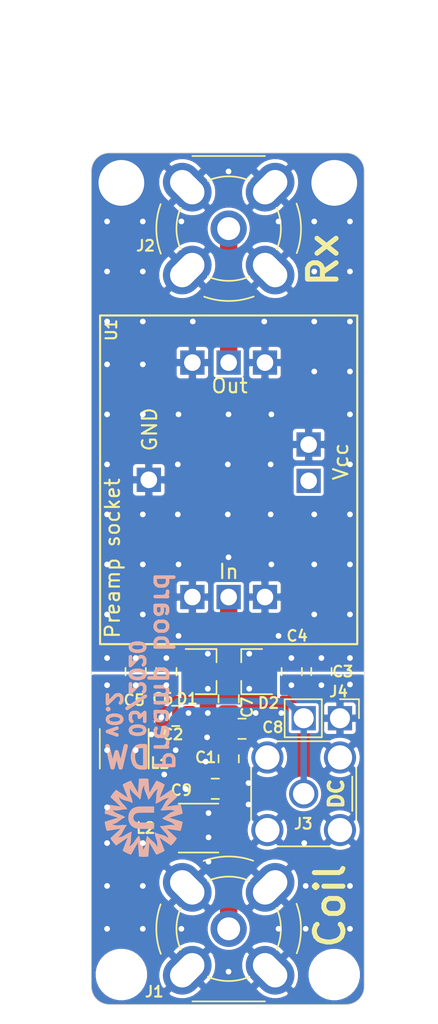
<source format=kicad_pcb>
(kicad_pcb (version 20171130) (host pcbnew 5.1.5)
  (layers (0 F.Cu signal) (31 B.Cu signal) (34 B.Paste user) (35 F.Paste user) (36 B.SilkS user) (37 F.SilkS user) (38 B.Mask user) (39 F.Mask user hide) (44 Edge.Cuts user))
  (net 0 "")
  (net 1 "Net-(C1-Pad2)")
  (net 2 "Net-(C1-Pad1)")
  (net 3 GNDA)
  (net 4 GNDS)
  (net 5 "Net-(L1-Pad1)")
  (net 6 "Net-(U1-Pad2)")
  (net 7 "Net-(J2-Pad1)")
  (net 8 "Net-(C2-Pad2)")
  (net 9 "Net-(C7-Pad2)")
  (module _Custom:Preci-dip_PinHeader_1x02_rect (layer F.Cu) (at 80.3 128.2625 270)
    (fp_text reference J4 (at -1.8625 0.1 180) (layer F.SilkS) (effects (font (size 0.75 0.75))))
    (fp_text value DC)
    (pad 1 thru_hole rect (at 0 0 270) (size 1.7 1.7) (drill 1.4) (layers *.Cu *.Mask) (net 4 GNDS))
    (pad 2 thru_hole rect (at 0 2.54 270) (size 1.7 1.7) (drill 1.4) (layers *.Cu *.Mask) (net 8 "Net-(C2-Pad2)"))
  )
  (module _Custom:Preamp_socket (layer F.Cu) (at 72.51 111.58 90)
    (fp_text reference U1 (at 10.48 -8.21 90) (layer F.SilkS) (effects (font (size 0.75 0.75))))
    (fp_text value Preamp hide)
    (fp_text user "Preamp socket" (at -5.49 -8.13 90) (layer F.SilkS))
    (fp_text user In (at -6.42 0 180) (layer F.SilkS))
    (fp_text user Out (at 6.58 0.0635 180) (layer F.SilkS))
    (fp_text user Vcc (at 1.27 7.85 90) (layer F.SilkS))
    (fp_text user GND (at 3.53 -5.53 90) (layer F.SilkS))
    (pad 4 thru_hole rect (at -8.2028 2.54 90) (size 1.7 1.7) (drill 1.16) (layers *.Cu *.Mask) (net 3 GNDA))
    (pad 1 thru_hole rect (at -8.2028 0 90) (size 1.7 1.7) (drill 1.16) (layers *.Cu *.Mask) (net 9 "Net-(C7-Pad2)"))
    (pad 4 thru_hole rect (at -8.2028 -2.54 90) (size 1.7 1.7) (drill 1.16) (layers *.Cu *.Mask) (net 3 GNDA))
    (pad 4 thru_hole rect (at 8.2028 2.54 90) (size 1.7 1.7) (drill 1.16) (layers *.Cu *.Mask) (net 3 GNDA))
    (pad 3 thru_hole rect (at 8.2028 0 90) (size 1.7 1.7) (drill 1.16) (layers *.Cu *.Mask) (net 7 "Net-(J2-Pad1)"))
    (pad 4 thru_hole rect (at 8.2028 -2.54 90) (size 1.7 1.7) (drill 1.16) (layers *.Cu *.Mask) (net 3 GNDA))
    (pad 4 thru_hole rect (at 0 -5.59 90) (size 1.7 1.7) (drill 1.16) (layers *.Cu *.Mask) (net 3 GNDA))
    (pad 2 thru_hole rect (at -0.07 5.5992 90) (size 1.7 1.7) (drill 1.16) (layers *.Cu *.Mask) (net 6 "Net-(U1-Pad2)"))
    (pad 4 thru_hole rect (at 2.47 5.5992 90) (size 1.7 1.7) (drill 1.16) (layers *.Cu *.Mask) (net 3 GNDA))
  )
  (module _Custom:BNC_SMA_Vertical (layer F.Cu) (at 72.51 94 180)
    (fp_text reference J2 (at 5.82 -1.2) (layer F.SilkS) (effects (font (size 0.75 0.75))))
    (fp_text value Rx (at -6.61 -2.2 90) (layer F.SilkS) (effects (font (size 2 2) (thickness 0.35))))
    (pad 2 thru_hole oval (at -2.9 -2.9 225) (size 2.7 3.7) (drill oval 1.7 2.7) (layers *.Cu *.Mask) (net 3 GNDA))
    (pad 1 thru_hole circle (at 0 0 180) (size 2.54 2.54) (drill 1.6) (layers *.Cu *.Mask) (net 7 "Net-(J2-Pad1)"))
    (pad 2 thru_hole oval (at 2.9 -2.9 135) (size 2.7 3.7) (drill oval 1.7 2.7) (layers *.Cu *.Mask) (net 3 GNDA))
    (pad 2 thru_hole oval (at -2.9 2.9 135) (size 2.7 3.7) (drill oval 1.7 2.7) (layers *.Cu *.Mask) (net 3 GNDA))
    (pad 2 thru_hole oval (at 2.9 2.9 225) (size 2.7 3.7) (drill oval 1.7 2.7) (layers *.Cu *.Mask) (net 3 GNDA))
  )
  (module _Custom:BNC_SMA_Vertical (layer F.Cu) (at 72.51 143)
    (fp_text reference J1 (at -5.21 4.4) (layer F.SilkS) (effects (font (size 0.75 0.75))))
    (fp_text value Coil (at 7.09 -1.6 90) (layer F.SilkS) (effects (font (size 2 2) (thickness 0.35))))
    (pad 2 thru_hole oval (at -2.9 -2.9 45) (size 2.7 3.7) (drill oval 1.7 2.7) (layers *.Cu *.Mask) (net 4 GNDS))
    (pad 1 thru_hole circle (at 0 0) (size 2.54 2.54) (drill 1.6) (layers *.Cu *.Mask) (net 2 "Net-(C1-Pad1)"))
    (pad 2 thru_hole oval (at 2.9 -2.9 315) (size 2.7 3.7) (drill oval 1.7 2.7) (layers *.Cu *.Mask) (net 4 GNDS))
    (pad 2 thru_hole oval (at -2.9 2.9 315) (size 2.7 3.7) (drill oval 1.7 2.7) (layers *.Cu *.Mask) (net 4 GNDS))
    (pad 2 thru_hole oval (at 2.9 2.9 45) (size 2.7 3.7) (drill oval 1.7 2.7) (layers *.Cu *.Mask) (net 4 GNDS))
  )
  (module _Custom:SMA_Amphenol_132134-16_Vertical (layer F.Cu) (at 77.76 133.55 90)
    (fp_text reference J3 (at -2.1 -0.03 180) (layer F.SilkS) (effects (font (size 0.75 0.75))))
    (fp_text value DC (at 0 2.28 90) (layer F.SilkS) (effects (font (thickness 0.25))))
    (pad 1 thru_hole circle (at 0 0 90) (size 2.05 2.05) (drill 1.5) (layers *.Cu *.Mask) (net 8 "Net-(C2-Pad2)"))
    (pad 2 thru_hole circle (at 2.54 2.54 90) (size 2.25 2.25) (drill 1.7) (layers *.Cu *.Mask) (net 4 GNDS))
    (pad 2 thru_hole circle (at 2.54 -2.54 90) (size 2.25 2.25) (drill 1.7) (layers *.Cu *.Mask) (net 4 GNDS))
    (pad 2 thru_hole circle (at -2.54 -2.54 90) (size 2.25 2.25) (drill 1.7) (layers *.Cu *.Mask) (net 4 GNDS))
    (pad 2 thru_hole circle (at -2.54 2.54 90) (size 2.25 2.25) (drill 1.7) (layers *.Cu *.Mask) (net 4 GNDS))
  )
  (module MountingHole:MountingHole_3.2mm_M3 (layer F.Cu) (at 65 90.8)
    (fp_text reference H4 hide)
    (fp_text value M3)
    (pad 1 np_thru_hole circle (at 0 0) (size 3.2 3.2) (drill 3.2) (layers *.Cu *.Mask) (net 3 GNDA))
  )
  (module MountingHole:MountingHole_3.2mm_M3 (layer F.Cu) (at 79.9 90.8)
    (fp_text reference H3 hide)
    (fp_text value M3)
    (pad 1 np_thru_hole circle (at 0 0) (size 3.2 3.2) (drill 3.2) (layers *.Cu *.Mask) (net 3 GNDA))
  )
  (module MountingHole:MountingHole_3.2mm_M3 (layer F.Cu) (at 65 146.2)
    (fp_text reference H2 hide)
    (fp_text value M3)
    (pad 1 np_thru_hole circle (at 0 0) (size 3.2 3.2) (drill 3.2) (layers *.Cu *.Mask))
  )
  (module MountingHole:MountingHole_3.2mm_M3 (layer F.Cu) (at 79.9 146.2)
    (fp_text reference H1 hide)
    (fp_text value M3)
    (pad 1 np_thru_hole circle (at 0 0) (size 3.2 3.2) (drill 3.2) (layers *.Cu *.Mask))
  )
  (module Capacitor_SMD:C_0805_2012Metric (layer F.Cu) (at 72.51 126.9 90)
    (fp_text reference C7 (at -0.6 1.29 270) (layer F.SilkS) (effects (font (size 0.75 0.75))))
    (fp_text value T/10n)
    (pad 2 smd roundrect (at 0.9375 0 90) (size 0.975 1.4) (layers F.Cu F.Paste F.Mask) (net 9 "Net-(C7-Pad2)"))
    (pad 1 smd roundrect (at -0.9375 0 90) (size 0.975 1.4) (layers F.Cu F.Paste F.Mask) (net 1 "Net-(C1-Pad2)"))
  )
  (module Capacitor_SMD:C_0805_2012Metric (layer F.Cu) (at 71.5725 133.2)
    (fp_text reference C9 (at -2.3725 0.1) (layer F.SilkS) (effects (font (size 0.75 0.75))))
    (fp_text value pi)
    (pad 2 smd roundrect (at 0.9375 0) (size 0.975 1.4) (layers F.Cu F.Paste F.Mask) (net 2 "Net-(C1-Pad1)"))
    (pad 1 smd roundrect (at -0.9375 0) (size 0.975 1.4) (layers F.Cu F.Paste F.Mask) (net 4 GNDS))
  )
  (module Capacitor_SMD:C_0805_2012Metric (layer F.Cu) (at 73.4475 129 180)
    (fp_text reference C8 (at -2.1525 0.1) (layer F.SilkS) (effects (font (size 0.75 0.75))))
    (fp_text value T/pi)
    (pad 2 smd roundrect (at 0.9375 0 180) (size 0.975 1.4) (layers F.Cu F.Paste F.Mask) (net 1 "Net-(C1-Pad2)"))
    (pad 1 smd roundrect (at -0.9375 0 180) (size 0.975 1.4) (layers F.Cu F.Paste F.Mask) (net 4 GNDS))
  )
  (module Capacitor_SMD:C_0805_2012Metric (layer F.Cu) (at 66 125 90)
    (fp_text reference C5 (at -2 -0.1 180) (layer F.SilkS) (effects (font (size 0.75 0.75))))
    (fp_text value 10n)
    (pad 2 smd roundrect (at 0.9375 0 90) (size 0.975 1.4) (layers F.Cu F.Paste F.Mask) (net 3 GNDA))
    (pad 1 smd roundrect (at -0.9375 0 90) (size 0.975 1.4) (layers F.Cu F.Paste F.Mask) (net 4 GNDS))
  )
  (module Capacitor_SMD:C_0805_2012Metric (layer F.Cu) (at 79 125 90)
    (fp_text reference C3 (at 0 1.5 180) (layer F.SilkS) (effects (font (size 0.75 0.75))))
    (fp_text value 10n)
    (pad 2 smd roundrect (at 0.9375 0 90) (size 0.975 1.4) (layers F.Cu F.Paste F.Mask) (net 3 GNDA))
    (pad 1 smd roundrect (at -0.9375 0 90) (size 0.975 1.4) (layers F.Cu F.Paste F.Mask) (net 4 GNDS))
  )
  (module Capacitor_SMD:C_0805_2012Metric (layer F.Cu) (at 68.15 125 90)
    (fp_text reference C6 (at -1.9 -0.25) (layer F.SilkS) (effects (font (size 0.75 0.75))))
    (fp_text value 10n)
    (pad 2 smd roundrect (at 0.9375 0 90) (size 0.975 1.4) (layers F.Cu F.Paste F.Mask) (net 3 GNDA))
    (pad 1 smd roundrect (at -0.9375 0 90) (size 0.975 1.4) (layers F.Cu F.Paste F.Mask) (net 4 GNDS))
  )
  (module Capacitor_SMD:C_0805_2012Metric (layer F.Cu) (at 76.925 125 90)
    (fp_text reference C4 (at 2.5 0.375 180) (layer F.SilkS) (effects (font (size 0.75 0.75))))
    (fp_text value 10n)
    (pad 2 smd roundrect (at 0.9375 0 90) (size 0.975 1.4) (layers F.Cu F.Paste F.Mask) (net 3 GNDA))
    (pad 1 smd roundrect (at -0.9375 0 90) (size 0.975 1.4) (layers F.Cu F.Paste F.Mask) (net 4 GNDS))
  )
  (module Package_TO_SOT_SMD:SOT-23 (layer F.Cu) (at 74.15 125 180)
    (fp_text reference D2 (at -1.15 -2.2) (layer F.SilkS) (effects (font (size 0.75 0.75))))
    (fp_text value BAV99)
    (pad 3 smd rect (at 1 0 180) (size 0.9 0.8) (layers F.Cu F.Paste F.Mask) (net 9 "Net-(C7-Pad2)"))
    (pad 2 smd rect (at -1 0.95 180) (size 0.9 0.8) (layers F.Cu F.Paste F.Mask) (net 3 GNDA))
    (pad 1 smd rect (at -1 -0.95 180) (size 0.9 0.8) (layers F.Cu F.Paste F.Mask) (net 3 GNDA))
  )
  (module Package_TO_SOT_SMD:SOT-23 (layer F.Cu) (at 70.9 125)
    (fp_text reference D1 (at -1.3 1.9) (layer F.SilkS) (effects (font (size 0.75 0.75))))
    (fp_text value BAV99)
    (pad 3 smd rect (at 1 0) (size 0.9 0.8) (layers F.Cu F.Paste F.Mask) (net 9 "Net-(C7-Pad2)"))
    (pad 2 smd rect (at -1 0.95) (size 0.9 0.8) (layers F.Cu F.Paste F.Mask) (net 3 GNDA))
    (pad 1 smd rect (at -1 -0.95) (size 0.9 0.8) (layers F.Cu F.Paste F.Mask) (net 3 GNDA))
  )
  (module Capacitor_SMD:C_0805_2012Metric (layer F.Cu) (at 72.51 131.1 90)
    (fp_text reference C1 (at 0.1 -1.61 180) (layer F.SilkS) (effects (font (size 0.75 0.75))))
    (fp_text value T/pi)
    (pad 2 smd roundrect (at 0.9375 0 90) (size 0.975 1.4) (layers F.Cu F.Paste F.Mask) (net 1 "Net-(C1-Pad2)"))
    (pad 1 smd roundrect (at -0.9375 0 90) (size 0.975 1.4) (layers F.Cu F.Paste F.Mask) (net 2 "Net-(C1-Pad1)"))
  )
  (module Capacitor_SMD:C_0805_2012Metric (layer F.Cu) (at 68.8 128.1 180)
    (fp_text reference C2 (at 0.2 -1.3) (layer F.SilkS) (effects (font (size 0.75 0.75))))
    (fp_text value 10n)
    (pad 2 smd roundrect (at 0.9375 0 180) (size 0.975 1.4) (layers F.Cu F.Paste F.Mask) (net 8 "Net-(C2-Pad2)"))
    (pad 1 smd roundrect (at -0.9375 0 180) (size 0.975 1.4) (layers F.Cu F.Paste F.Mask) (net 4 GNDS))
  )
  (module Inductor_SMD:L_1812_4532Metric (layer F.Cu) (at 70.4 135.95 180)
    (fp_text reference L2 (at 3.7 0) (layer F.SilkS) (effects (font (size 0.75 0.75))))
    (fp_text value 1u)
    (pad 2 smd roundrect (at 2.1375 0 180) (size 1.125 3.4) (layers F.Cu F.Paste F.Mask) (roundrect_rratio 0.222222) (net 5 "Net-(L1-Pad1)"))
    (pad 1 smd roundrect (at -2.1375 0 180) (size 1.125 3.4) (layers F.Cu F.Paste F.Mask) (roundrect_rratio 0.222222) (net 2 "Net-(C1-Pad1)"))
  )
  (module Inductor_SMD:L_1812_4532Metric (layer F.Cu) (at 65.2 130.4 90)
    (fp_text reference L1 (at -1 2.5 180) (layer F.SilkS) (effects (font (size 0.75 0.75))))
    (fp_text value 1u)
    (pad 2 smd roundrect (at 2.1375 0 90) (size 1.125 3.4) (layers F.Cu F.Paste F.Mask) (roundrect_rratio 0.222222) (net 8 "Net-(C2-Pad2)"))
    (pad 1 smd roundrect (at -2.1375 0 90) (size 1.125 3.4) (layers F.Cu F.Paste F.Mask) (roundrect_rratio 0.222222) (net 5 "Net-(L1-Pad1)"))
  )
  (module _Custom_footprints:UMC_logo_small (layer B.Cu) (at 66.559 135.222 90)
    (fp_text reference G1 hide)
    (fp_text value LOGO hide)
  )
  (gr_arc (start 80.729999 147.029999) (end 80.729999 148.3) (angle -90) (layer Edge.Cuts) (width 0.05))
  (gr_arc (start 64.17 147.029999) (end 62.899999 147.029999) (angle -90) (layer Edge.Cuts) (width 0.05))
  (gr_arc (start 80.729999 89.970001) (end 82 89.970001) (angle -90) (layer Edge.Cuts) (width 0.05))
  (gr_arc (start 64.17 89.97) (end 64.17 88.7) (angle -90) (layer Edge.Cuts) (width 0.05))
  (gr_text "Preamp board" (at 67.956 132.047 270) (layer B.SilkS) (effects (font (size 1.3 1.3) (thickness 0.25)) (justify left mirror)))
  (gr_text DW (at 65.416 131.031) (layer B.SilkS) (effects (font (size 1.5 1.5) (thickness 0.3)) (justify mirror)))
  (gr_text "03/2020\nv0.2" (at 65.28 129.74 270) (layer B.SilkS) (effects (font (size 1 1) (thickness 0.25)) (justify left mirror)))
  (gr_line (start 62.9 89.97) (end 62.899999 147.029999) (layer Edge.Cuts) (width 0.05))
  (gr_line (start 80.729999 148.3) (end 64.17 148.3) (layer Edge.Cuts) (width 0.05))
  (gr_line (start 82 89.970001) (end 82 147.029999) (layer Edge.Cuts) (width 0.05))
  (gr_line (start 64.17 88.7) (end 80.729999 88.7) (layer Edge.Cuts) (width 0.05))
  (segment (start 72.5 130) (end 72.5 128) (width 1.21645) (layer F.Cu) (net 1))
  (segment (start 72.4575 134.2575) (end 72.4575 135.83) (width 0.25) (layer F.Cu) (net 2))
  (segment (start 72.51 132.2) (end 72.51 143) (width 1.21645) (layer F.Cu) (net 2))
  (via (at 68.15 124.05) (size 0.8) (drill 0.4) (layers F.Cu B.Cu) (net 3))
  (via (at 76.9 124.05) (size 0.8) (drill 0.4) (layers F.Cu B.Cu) (net 3))
  (via (at 64 124.05) (size 0.8) (drill 0.4) (layers F.Cu B.Cu) (net 3))
  (via (at 66 124.05) (size 0.8) (drill 0.4) (layers F.Cu B.Cu) (net 3))
  (via (at 79 124.05) (size 0.8) (drill 0.4) (layers F.Cu B.Cu) (net 3))
  (via (at 81 124.05) (size 0.8) (drill 0.4) (layers F.Cu B.Cu) (net 3))
  (via (at 73.95 126.2) (size 0.8) (drill 0.4) (layers F.Cu B.Cu) (net 3))
  (via (at 71.05 126.2) (size 0.8) (drill 0.4) (layers F.Cu B.Cu) (net 3))
  (via (at 73.95 123.75) (size 0.8) (drill 0.4) (layers F.Cu B.Cu) (net 3))
  (via (at 71.05 123.75) (size 0.8) (drill 0.4) (layers F.Cu B.Cu) (net 3))
  (via (at 81 121) (size 0.8) (drill 0.4) (layers F.Cu B.Cu) (net 3))
  (via (at 81 117.5) (size 0.8) (drill 0.4) (layers F.Cu B.Cu) (net 3))
  (via (at 81 114) (size 0.8) (drill 0.4) (layers F.Cu B.Cu) (net 3))
  (via (at 81 110.5) (size 0.8) (drill 0.4) (layers F.Cu B.Cu) (net 3))
  (via (at 81 107) (size 0.8) (drill 0.4) (layers F.Cu B.Cu) (net 3))
  (via (at 81 104) (size 0.8) (drill 0.4) (layers F.Cu B.Cu) (net 3))
  (via (at 81 100.5) (size 0.8) (drill 0.4) (layers F.Cu B.Cu) (net 3))
  (via (at 81 97) (size 0.8) (drill 0.4) (layers F.Cu B.Cu) (net 3))
  (via (at 81 93.5) (size 0.8) (drill 0.4) (layers F.Cu B.Cu) (net 3))
  (via (at 78.5 93.5) (size 0.8) (drill 0.4) (layers F.Cu B.Cu) (net 3))
  (via (at 78.5 97) (size 0.8) (drill 0.4) (layers F.Cu B.Cu) (net 3))
  (via (at 78.5 100.5) (size 0.8) (drill 0.4) (layers F.Cu B.Cu) (net 3))
  (via (at 78.5 104) (size 0.8) (drill 0.4) (layers F.Cu B.Cu) (net 3))
  (via (at 78.5 114) (size 0.8) (drill 0.4) (layers F.Cu B.Cu) (net 3))
  (via (at 78.5 117.5) (size 0.8) (drill 0.4) (layers F.Cu B.Cu) (net 3))
  (via (at 78.5 121) (size 0.8) (drill 0.4) (layers F.Cu B.Cu) (net 3))
  (via (at 64 121) (size 0.8) (drill 0.4) (layers F.Cu B.Cu) (net 3))
  (via (at 66.5 121) (size 0.8) (drill 0.4) (layers F.Cu B.Cu) (net 3))
  (via (at 66.5 117.5) (size 0.8) (drill 0.4) (layers F.Cu B.Cu) (net 3))
  (via (at 64 117.5) (size 0.8) (drill 0.4) (layers F.Cu B.Cu) (net 3))
  (via (at 64 114) (size 0.8) (drill 0.4) (layers F.Cu B.Cu) (net 3))
  (via (at 66.5 114) (size 0.8) (drill 0.4) (layers F.Cu B.Cu) (net 3))
  (via (at 66.5 107) (size 0.8) (drill 0.4) (layers F.Cu B.Cu) (net 3))
  (via (at 64 107) (size 0.8) (drill 0.4) (layers F.Cu B.Cu) (net 3))
  (via (at 66.5 103.5) (size 0.8) (drill 0.4) (layers F.Cu B.Cu) (net 3))
  (via (at 64 103.5) (size 0.8) (drill 0.4) (layers F.Cu B.Cu) (net 3))
  (via (at 64 100.5) (size 0.8) (drill 0.4) (layers F.Cu B.Cu) (net 3))
  (via (at 64 97) (size 0.8) (drill 0.4) (layers F.Cu B.Cu) (net 3))
  (via (at 66.5 97) (size 0.8) (drill 0.4) (layers F.Cu B.Cu) (net 3))
  (via (at 66.5 100.5) (size 0.8) (drill 0.4) (layers F.Cu B.Cu) (net 3))
  (via (at 66.5 93.5) (size 0.8) (drill 0.4) (layers F.Cu B.Cu) (net 3))
  (via (at 64 93.5) (size 0.8) (drill 0.4) (layers F.Cu B.Cu) (net 3))
  (via (at 70 100.5) (size 0.8) (drill 0.4) (layers F.Cu B.Cu) (net 3))
  (via (at 75 100.5) (size 0.8) (drill 0.4) (layers F.Cu B.Cu) (net 3))
  (via (at 64 110.5) (size 0.8) (drill 0.4) (layers F.Cu B.Cu) (net 3))
  (via (at 69 122.5) (size 0.8) (drill 0.4) (layers F.Cu B.Cu) (net 3))
  (via (at 76 122.5) (size 0.8) (drill 0.4) (layers F.Cu B.Cu) (net 3))
  (via (at 72.5 117) (size 0.8) (drill 0.4) (layers F.Cu B.Cu) (net 3))
  (via (at 72.5 107) (size 0.8) (drill 0.4) (layers F.Cu B.Cu) (net 3))
  (via (at 69 117.5) (size 0.8) (drill 0.4) (layers F.Cu B.Cu) (net 3))
  (via (at 75.5 117.5) (size 0.8) (drill 0.4) (layers F.Cu B.Cu) (net 3))
  (via (at 69 107) (size 0.8) (drill 0.4) (layers F.Cu B.Cu) (net 3))
  (via (at 75.5 107) (size 0.8) (drill 0.4) (layers F.Cu B.Cu) (net 3))
  (via (at 72.5 90) (size 0.8) (drill 0.4) (layers F.Cu B.Cu) (net 3))
  (via (at 69.2 93.5) (size 0.8) (drill 0.4) (layers F.Cu B.Cu) (net 3))
  (via (at 76 93.5) (size 0.8) (drill 0.4) (layers F.Cu B.Cu) (net 3))
  (via (at 75.45 114) (size 0.8) (drill 0.4) (layers F.Cu B.Cu) (net 3))
  (via (at 75.45 110.5) (size 0.8) (drill 0.4) (layers F.Cu B.Cu) (net 3))
  (via (at 72.45 110.5) (size 0.8) (drill 0.4) (layers F.Cu B.Cu) (net 3))
  (via (at 68.95 110.5) (size 0.8) (drill 0.4) (layers F.Cu B.Cu) (net 3))
  (via (at 68.95 114) (size 0.8) (drill 0.4) (layers F.Cu B.Cu) (net 3))
  (via (at 72.45 114) (size 0.8) (drill 0.4) (layers F.Cu B.Cu) (net 3))
  (via (at 69.5 133.2) (size 0.8) (drill 0.4) (layers F.Cu B.Cu) (net 4))
  (via (at 66 125.95) (size 0.8) (drill 0.4) (layers F.Cu B.Cu) (net 4))
  (via (at 68.15 125.95) (size 0.8) (drill 0.4) (layers F.Cu B.Cu) (net 4))
  (via (at 76.9 125.95) (size 0.8) (drill 0.4) (layers F.Cu B.Cu) (net 4))
  (via (at 64 125.95) (size 0.8) (drill 0.4) (layers F.Cu B.Cu) (net 4))
  (via (at 69.7 127.9) (size 0.8) (drill 0.4) (layers F.Cu B.Cu) (net 4))
  (via (at 79 125.95) (size 0.8) (drill 0.4) (layers F.Cu B.Cu) (net 4))
  (via (at 81 125.9) (size 0.8) (drill 0.4) (layers F.Cu B.Cu) (net 4))
  (via (at 71.05 127.9) (size 0.8) (drill 0.4) (layers F.Cu B.Cu) (net 4))
  (via (at 66.5 143) (size 0.8) (drill 0.4) (layers F.Cu B.Cu) (net 4))
  (via (at 64 143) (size 0.8) (drill 0.4) (layers F.Cu B.Cu) (net 4))
  (via (at 64 140) (size 0.8) (drill 0.4) (layers F.Cu B.Cu) (net 4))
  (via (at 66.5 140) (size 0.8) (drill 0.4) (layers F.Cu B.Cu) (net 4))
  (via (at 66.5 137) (size 0.8) (drill 0.4) (layers F.Cu B.Cu) (net 4))
  (via (at 64 137) (size 0.8) (drill 0.4) (layers F.Cu B.Cu) (net 4))
  (via (at 64 134.5) (size 0.8) (drill 0.4) (layers F.Cu B.Cu) (net 4))
  (via (at 64 130.5) (size 0.8) (drill 0.4) (layers F.Cu B.Cu) (net 4))
  (via (at 81 143) (size 0.8) (drill 0.4) (layers F.Cu B.Cu) (net 4))
  (via (at 77.9 143) (size 0.8) (drill 0.4) (layers F.Cu B.Cu) (net 4))
  (via (at 77.9 140) (size 0.8) (drill 0.4) (layers F.Cu B.Cu) (net 4))
  (via (at 81 140) (size 0.8) (drill 0.4) (layers F.Cu B.Cu) (net 4))
  (via (at 66 130.5) (size 0.8) (drill 0.4) (layers F.Cu B.Cu) (net 4))
  (via (at 77.8 137) (size 0.8) (drill 0.4) (layers F.Cu B.Cu) (net 4))
  (via (at 68.8 130.5) (size 0.8) (drill 0.4) (layers F.Cu B.Cu) (net 4))
  (via (at 68 132.2) (size 0.8) (drill 0.4) (layers F.Cu B.Cu) (net 4))
  (via (at 74.4 127.9) (size 0.8) (drill 0.4) (layers F.Cu B.Cu) (net 4))
  (via (at 67.1 129.4) (size 0.8) (drill 0.4) (layers F.Cu B.Cu) (net 4))
  (via (at 76.2 127.9) (size 0.8) (drill 0.4) (layers F.Cu B.Cu) (net 4))
  (via (at 71 129.6) (size 0.8) (drill 0.4) (layers F.Cu B.Cu) (net 4))
  (via (at 70.9 131.3) (size 0.8) (drill 0.4) (layers F.Cu B.Cu) (net 4))
  (via (at 73.9 134.3) (size 0.8) (drill 0.4) (layers F.Cu B.Cu) (net 4))
  (via (at 73.9 132.8) (size 0.8) (drill 0.4) (layers F.Cu B.Cu) (net 4))
  (via (at 71.1 138.3) (size 0.8) (drill 0.4) (layers F.Cu B.Cu) (net 4))
  (via (at 71.1 136.6) (size 0.8) (drill 0.4) (layers F.Cu B.Cu) (net 4))
  (via (at 71.1 134.9) (size 0.8) (drill 0.4) (layers F.Cu B.Cu) (net 4))
  (via (at 76 143) (size 0.8) (drill 0.4) (layers F.Cu B.Cu) (net 4))
  (via (at 69.2 143) (size 0.8) (drill 0.4) (layers F.Cu B.Cu) (net 4))
  (via (at 72.5 146) (size 0.8) (drill 0.4) (layers F.Cu B.Cu) (net 4))
  (segment (start 66.2375 132.5375) (end 65.6 132.5375) (width 0.45) (layer F.Cu) (net 5))
  (segment (start 68.2625 135.75) (end 68.2625 134.5625) (width 0.45) (layer F.Cu) (net 5))
  (segment (start 68.2625 134.5625) (end 66.2375 132.5375) (width 0.45) (layer F.Cu) (net 5))
  (segment (start 72.51 94) (end 72.51 103.3772) (width 1.21645) (layer F.Cu) (net 7))
  (segment (start 77.76 133.55) (end 77.76 128.2625) (width 0.45) (layer B.Cu) (net 8))
  (via (at 67.79999 128.2) (size 0.8) (drill 0.4) (layers F.Cu B.Cu) (net 8))
  (segment (start 68.199989 127.800001) (end 67.79999 128.2) (width 0.45) (layer B.Cu) (net 8))
  (segment (start 76.572499 127.074999) (end 68.924991 127.074999) (width 0.45) (layer B.Cu) (net 8))
  (segment (start 68.924991 127.074999) (end 68.199989 127.800001) (width 0.45) (layer B.Cu) (net 8))
  (segment (start 77.76 128.2625) (end 76.572499 127.074999) (width 0.45) (layer B.Cu) (net 8))
  (segment (start 67.79998 128.20001) (end 67.79999 128.2) (width 0.45) (layer F.Cu) (net 8))
  (segment (start 65.06249 128.2625) (end 65 128.20001) (width 0.45) (layer F.Cu) (net 8))
  (segment (start 65 128.20001) (end 67.79998 128.20001) (width 0.45) (layer F.Cu) (net 8))
  (segment (start 72.51 120.29) (end 72.51 119.38) (width 0.25) (layer F.Cu) (net 9))
  (segment (start 72.51 119.7828) (end 72.51 125.8) (width 1.21645) (layer F.Cu) (net 9))
  (segment (start 73.15 125) (end 72.51 125) (width 0.25) (layer F.Cu) (net 9))
  (segment (start 71.9 125) (end 72.51 125) (width 0.25) (layer F.Cu) (net 9))
  (zone (net 3) (net_name GNDA) (layer F.Cu) (priority 1) (connect_pads (clearance 0)) (min_thickness 0.125) (fill yes (arc_segments 32) (thermal_gap 0.254) (thermal_bridge_width 0.508))
    (polygon (pts (xy 82.7 125) (xy 75.9 125) (xy 75.9 127.05) (xy 69.2 127.05) (xy 69.2 125) (xy 61.2 125) (xy 61.618349 87.025) (xy 82.95 86.95)))
  )
  (zone (net 4) (net_name GNDS) (layer B.Cu) (connect_pads (clearance 0)) (min_thickness 0.254) (fill yes (arc_segments 32) (thermal_gap 0.254) (thermal_bridge_width 0.508))
    (polygon (pts (xy 82.875 149.025) (xy 62.025 148.975) (xy 61.85 123.15) (xy 82.7 123.15)))
  )
  (zone (net 4) (net_name GNDS) (layer F.Cu) (connect_pads (clearance 0)) (min_thickness 0.254) (fill yes (arc_segments 32) (thermal_gap 0.254) (thermal_bridge_width 0.508))
    (polygon (pts (xy 82.875 149.025) (xy 62.025 148.975) (xy 61.85 123.15) (xy 82.7 123.15)))
  )
  (zone (net 3) (net_name GNDA) (layer B.Cu) (priority 1) (connect_pads (clearance 0)) (min_thickness 0.125) (fill yes (arc_segments 32) (thermal_gap 0.254) (thermal_bridge_width 0.508))
    (polygon (pts (xy 82.7 125) (xy 75.9 125) (xy 75.9 127.05) (xy 69.2 127.05) (xy 69.2 125) (xy 61.2 125) (xy 61.618349 87.025) (xy 82.95 86.95)))
  )
)
</source>
